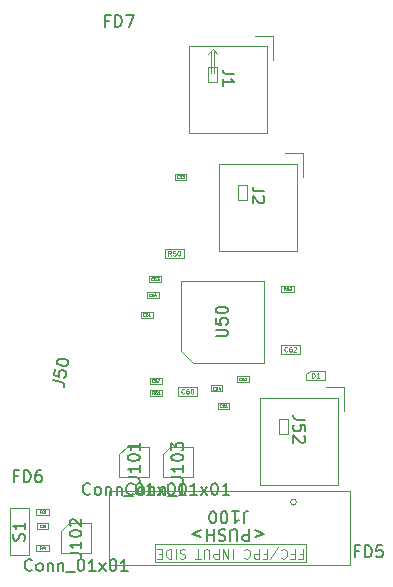
<source format=gbr>
G04 #@! TF.GenerationSoftware,KiCad,Pcbnew,(6.0.4)*
G04 #@! TF.CreationDate,2022-07-14T10:50:46-04:00*
G04 #@! TF.ProjectId,ratkit_design,7261746b-6974-45f6-9465-7369676e2e6b,RatKit2022_proA*
G04 #@! TF.SameCoordinates,PX41672a0PY65bcec0*
G04 #@! TF.FileFunction,AssemblyDrawing,Top*
%FSLAX46Y46*%
G04 Gerber Fmt 4.6, Leading zero omitted, Abs format (unit mm)*
G04 Created by KiCad (PCBNEW (6.0.4)) date 2022-07-14 10:50:46*
%MOMM*%
%LPD*%
G01*
G04 APERTURE LIST*
%ADD10C,0.040000*%
%ADD11C,0.150000*%
%ADD12C,0.060000*%
%ADD13C,0.100000*%
%ADD14C,0.120000*%
G04 APERTURE END LIST*
D10*
G04 #@! TO.C,C64*
X24070885Y19087715D02*
X24058980Y19075810D01*
X24023266Y19063905D01*
X23999457Y19063905D01*
X23963742Y19075810D01*
X23939933Y19099620D01*
X23928028Y19123429D01*
X23916123Y19171048D01*
X23916123Y19206762D01*
X23928028Y19254381D01*
X23939933Y19278191D01*
X23963742Y19302000D01*
X23999457Y19313905D01*
X24023266Y19313905D01*
X24058980Y19302000D01*
X24070885Y19290096D01*
X24285171Y19313905D02*
X24237552Y19313905D01*
X24213742Y19302000D01*
X24201838Y19290096D01*
X24178028Y19254381D01*
X24166123Y19206762D01*
X24166123Y19111524D01*
X24178028Y19087715D01*
X24189933Y19075810D01*
X24213742Y19063905D01*
X24261361Y19063905D01*
X24285171Y19075810D01*
X24297076Y19087715D01*
X24308980Y19111524D01*
X24308980Y19171048D01*
X24297076Y19194858D01*
X24285171Y19206762D01*
X24261361Y19218667D01*
X24213742Y19218667D01*
X24189933Y19206762D01*
X24178028Y19194858D01*
X24166123Y19171048D01*
X24523266Y19230572D02*
X24523266Y19063905D01*
X24463742Y19325810D02*
X24404219Y19147239D01*
X24558980Y19147239D01*
D11*
G04 #@! TO.C,U50*
X24168180Y23576105D02*
X24977704Y23576105D01*
X25072942Y23623724D01*
X25120561Y23671343D01*
X25168180Y23766581D01*
X25168180Y23957058D01*
X25120561Y24052296D01*
X25072942Y24099915D01*
X24977704Y24147534D01*
X24168180Y24147534D01*
X24168180Y25099915D02*
X24168180Y24623724D01*
X24644371Y24576105D01*
X24596752Y24623724D01*
X24549133Y24718962D01*
X24549133Y24957058D01*
X24596752Y25052296D01*
X24644371Y25099915D01*
X24739609Y25147534D01*
X24977704Y25147534D01*
X25072942Y25099915D01*
X25120561Y25052296D01*
X25168180Y24957058D01*
X25168180Y24718962D01*
X25120561Y24623724D01*
X25072942Y24576105D01*
X24168180Y25766581D02*
X24168180Y25861820D01*
X24215800Y25957058D01*
X24263419Y26004677D01*
X24358657Y26052296D01*
X24549133Y26099915D01*
X24787228Y26099915D01*
X24977704Y26052296D01*
X25072942Y26004677D01*
X25120561Y25957058D01*
X25168180Y25861820D01*
X25168180Y25766581D01*
X25120561Y25671343D01*
X25072942Y25623724D01*
X24977704Y25576105D01*
X24787228Y25528486D01*
X24549133Y25528486D01*
X24358657Y25576105D01*
X24263419Y25623724D01*
X24215800Y25671343D01*
X24168180Y25766581D01*
G04 #@! TO.C,FD7*
X15117866Y50312629D02*
X14784533Y50312629D01*
X14784533Y49788820D02*
X14784533Y50788820D01*
X15260723Y50788820D01*
X15641676Y49788820D02*
X15641676Y50788820D01*
X15879771Y50788820D01*
X16022628Y50741200D01*
X16117866Y50645962D01*
X16165485Y50550724D01*
X16213104Y50360248D01*
X16213104Y50217391D01*
X16165485Y50026915D01*
X16117866Y49931677D01*
X16022628Y49836439D01*
X15879771Y49788820D01*
X15641676Y49788820D01*
X16546438Y50788820D02*
X17213104Y50788820D01*
X16784533Y49788820D01*
G04 #@! TO.C,J50*
X10372977Y19859246D02*
X11073392Y19719162D01*
X11204136Y19644451D01*
X11278847Y19532385D01*
X11297524Y19382963D01*
X11278846Y19289574D01*
X10559756Y20793132D02*
X10466367Y20326189D01*
X10923971Y20186105D01*
X10886615Y20242139D01*
X10858599Y20344866D01*
X10905293Y20578338D01*
X10970666Y20662387D01*
X11026699Y20699743D01*
X11129426Y20727759D01*
X11362898Y20681065D01*
X11446948Y20615693D01*
X11484303Y20559659D01*
X11512319Y20456932D01*
X11465625Y20223460D01*
X11400253Y20139411D01*
X11344219Y20102055D01*
X10690501Y21446852D02*
X10709178Y21540241D01*
X10774551Y21624291D01*
X10830584Y21661646D01*
X10933311Y21689662D01*
X11129427Y21699001D01*
X11362899Y21652306D01*
X11540337Y21568257D01*
X11624387Y21502884D01*
X11661742Y21446851D01*
X11689759Y21344124D01*
X11671081Y21250735D01*
X11605709Y21166685D01*
X11549676Y21129330D01*
X11446948Y21101313D01*
X11250832Y21091975D01*
X11017360Y21138669D01*
X10839922Y21222719D01*
X10755872Y21288092D01*
X10718517Y21344125D01*
X10690501Y21446852D01*
D10*
G04 #@! TO.C,R3*
X9456266Y8594581D02*
X9369600Y8718391D01*
X9307695Y8594581D02*
X9307695Y8854581D01*
X9406742Y8854581D01*
X9431504Y8842200D01*
X9443885Y8829820D01*
X9456266Y8805058D01*
X9456266Y8767915D01*
X9443885Y8743153D01*
X9431504Y8730772D01*
X9406742Y8718391D01*
X9307695Y8718391D01*
X9542933Y8854581D02*
X9703885Y8854581D01*
X9617219Y8755534D01*
X9654361Y8755534D01*
X9679123Y8743153D01*
X9691504Y8730772D01*
X9703885Y8706010D01*
X9703885Y8644105D01*
X9691504Y8619343D01*
X9679123Y8606962D01*
X9654361Y8594581D01*
X9580076Y8594581D01*
X9555314Y8606962D01*
X9542933Y8619343D01*
G04 #@! TO.C,C54*
X18660685Y26987115D02*
X18648780Y26975210D01*
X18613066Y26963305D01*
X18589257Y26963305D01*
X18553542Y26975210D01*
X18529733Y26999020D01*
X18517828Y27022829D01*
X18505923Y27070448D01*
X18505923Y27106162D01*
X18517828Y27153781D01*
X18529733Y27177591D01*
X18553542Y27201400D01*
X18589257Y27213305D01*
X18613066Y27213305D01*
X18648780Y27201400D01*
X18660685Y27189496D01*
X18886876Y27213305D02*
X18767828Y27213305D01*
X18755923Y27094258D01*
X18767828Y27106162D01*
X18791638Y27118067D01*
X18851161Y27118067D01*
X18874971Y27106162D01*
X18886876Y27094258D01*
X18898780Y27070448D01*
X18898780Y27010924D01*
X18886876Y26987115D01*
X18874971Y26975210D01*
X18851161Y26963305D01*
X18791638Y26963305D01*
X18767828Y26975210D01*
X18755923Y26987115D01*
X19113066Y27129972D02*
X19113066Y26963305D01*
X19053542Y27225210D02*
X18994019Y27046639D01*
X19148780Y27046639D01*
D11*
G04 #@! TO.C,J102*
X8606304Y3815258D02*
X8558685Y3767639D01*
X8415828Y3720020D01*
X8320590Y3720020D01*
X8177733Y3767639D01*
X8082495Y3862877D01*
X8034876Y3958115D01*
X7987257Y4148591D01*
X7987257Y4291448D01*
X8034876Y4481924D01*
X8082495Y4577162D01*
X8177733Y4672400D01*
X8320590Y4720020D01*
X8415828Y4720020D01*
X8558685Y4672400D01*
X8606304Y4624781D01*
X9177733Y3720020D02*
X9082495Y3767639D01*
X9034876Y3815258D01*
X8987257Y3910496D01*
X8987257Y4196210D01*
X9034876Y4291448D01*
X9082495Y4339067D01*
X9177733Y4386686D01*
X9320590Y4386686D01*
X9415828Y4339067D01*
X9463447Y4291448D01*
X9511066Y4196210D01*
X9511066Y3910496D01*
X9463447Y3815258D01*
X9415828Y3767639D01*
X9320590Y3720020D01*
X9177733Y3720020D01*
X9939638Y4386686D02*
X9939638Y3720020D01*
X9939638Y4291448D02*
X9987257Y4339067D01*
X10082495Y4386686D01*
X10225352Y4386686D01*
X10320590Y4339067D01*
X10368209Y4243829D01*
X10368209Y3720020D01*
X10844400Y4386686D02*
X10844400Y3720020D01*
X10844400Y4291448D02*
X10892019Y4339067D01*
X10987257Y4386686D01*
X11130114Y4386686D01*
X11225352Y4339067D01*
X11272971Y4243829D01*
X11272971Y3720020D01*
X11511066Y3624781D02*
X12272971Y3624781D01*
X12701542Y4720020D02*
X12796780Y4720020D01*
X12892019Y4672400D01*
X12939638Y4624781D01*
X12987257Y4529543D01*
X13034876Y4339067D01*
X13034876Y4100972D01*
X12987257Y3910496D01*
X12939638Y3815258D01*
X12892019Y3767639D01*
X12796780Y3720020D01*
X12701542Y3720020D01*
X12606304Y3767639D01*
X12558685Y3815258D01*
X12511066Y3910496D01*
X12463447Y4100972D01*
X12463447Y4339067D01*
X12511066Y4529543D01*
X12558685Y4624781D01*
X12606304Y4672400D01*
X12701542Y4720020D01*
X13987257Y3720020D02*
X13415828Y3720020D01*
X13701542Y3720020D02*
X13701542Y4720020D01*
X13606304Y4577162D01*
X13511066Y4481924D01*
X13415828Y4434305D01*
X14320590Y3720020D02*
X14844400Y4386686D01*
X14320590Y4386686D02*
X14844400Y3720020D01*
X15415828Y4720020D02*
X15511066Y4720020D01*
X15606304Y4672400D01*
X15653923Y4624781D01*
X15701542Y4529543D01*
X15749161Y4339067D01*
X15749161Y4100972D01*
X15701542Y3910496D01*
X15653923Y3815258D01*
X15606304Y3767639D01*
X15511066Y3720020D01*
X15415828Y3720020D01*
X15320590Y3767639D01*
X15272971Y3815258D01*
X15225352Y3910496D01*
X15177733Y4100972D01*
X15177733Y4339067D01*
X15225352Y4529543D01*
X15272971Y4624781D01*
X15320590Y4672400D01*
X15415828Y4720020D01*
X16701542Y3720020D02*
X16130114Y3720020D01*
X16415828Y3720020D02*
X16415828Y4720020D01*
X16320590Y4577162D01*
X16225352Y4481924D01*
X16130114Y4434305D01*
X11796780Y5216686D02*
X12511066Y5216686D01*
X12653923Y5169067D01*
X12749161Y5073829D01*
X12796780Y4930972D01*
X12796780Y4835734D01*
X12796780Y6216686D02*
X12796780Y5645258D01*
X12796780Y5930972D02*
X11796780Y5930972D01*
X11939638Y5835734D01*
X12034876Y5740496D01*
X12082495Y5645258D01*
X11796780Y6835734D02*
X11796780Y6930972D01*
X11844400Y7026210D01*
X11892019Y7073829D01*
X11987257Y7121448D01*
X12177733Y7169067D01*
X12415828Y7169067D01*
X12606304Y7121448D01*
X12701542Y7073829D01*
X12749161Y7026210D01*
X12796780Y6930972D01*
X12796780Y6835734D01*
X12749161Y6740496D01*
X12701542Y6692877D01*
X12606304Y6645258D01*
X12415828Y6597639D01*
X12177733Y6597639D01*
X11987257Y6645258D01*
X11892019Y6692877D01*
X11844400Y6740496D01*
X11796780Y6835734D01*
X11892019Y7550020D02*
X11844400Y7597639D01*
X11796780Y7692877D01*
X11796780Y7930972D01*
X11844400Y8026210D01*
X11892019Y8073829D01*
X11987257Y8121448D01*
X12082495Y8121448D01*
X12225352Y8073829D01*
X12796780Y7502400D01*
X12796780Y8121448D01*
D10*
G04 #@! TO.C,C51*
X24655085Y17614515D02*
X24643180Y17602610D01*
X24607466Y17590705D01*
X24583657Y17590705D01*
X24547942Y17602610D01*
X24524133Y17626420D01*
X24512228Y17650229D01*
X24500323Y17697848D01*
X24500323Y17733562D01*
X24512228Y17781181D01*
X24524133Y17804991D01*
X24547942Y17828800D01*
X24583657Y17840705D01*
X24607466Y17840705D01*
X24643180Y17828800D01*
X24655085Y17816896D01*
X24881276Y17840705D02*
X24762228Y17840705D01*
X24750323Y17721658D01*
X24762228Y17733562D01*
X24786038Y17745467D01*
X24845561Y17745467D01*
X24869371Y17733562D01*
X24881276Y17721658D01*
X24893180Y17697848D01*
X24893180Y17638324D01*
X24881276Y17614515D01*
X24869371Y17602610D01*
X24845561Y17590705D01*
X24786038Y17590705D01*
X24762228Y17602610D01*
X24750323Y17614515D01*
X25131276Y17590705D02*
X24988419Y17590705D01*
X25059847Y17590705D02*
X25059847Y17840705D01*
X25036038Y17804991D01*
X25012228Y17781181D01*
X24988419Y17769277D01*
D11*
G04 #@! TO.C,J52*
X31738819Y16532124D02*
X31024533Y16532124D01*
X30881676Y16579743D01*
X30786438Y16674981D01*
X30738819Y16817839D01*
X30738819Y16913077D01*
X31738819Y15579743D02*
X31738819Y16055934D01*
X31262628Y16103553D01*
X31310247Y16055934D01*
X31357866Y15960696D01*
X31357866Y15722600D01*
X31310247Y15627362D01*
X31262628Y15579743D01*
X31167390Y15532124D01*
X30929295Y15532124D01*
X30834057Y15579743D01*
X30786438Y15627362D01*
X30738819Y15722600D01*
X30738819Y15960696D01*
X30786438Y16055934D01*
X30834057Y16103553D01*
X31643580Y15151172D02*
X31691200Y15103553D01*
X31738819Y15008315D01*
X31738819Y14770220D01*
X31691200Y14674981D01*
X31643580Y14627362D01*
X31548342Y14579743D01*
X31453104Y14579743D01*
X31310247Y14627362D01*
X30738819Y15198791D01*
X30738819Y14579743D01*
D10*
G04 #@! TO.C,C57*
X18914685Y19722715D02*
X18902780Y19710810D01*
X18867066Y19698905D01*
X18843257Y19698905D01*
X18807542Y19710810D01*
X18783733Y19734620D01*
X18771828Y19758429D01*
X18759923Y19806048D01*
X18759923Y19841762D01*
X18771828Y19889381D01*
X18783733Y19913191D01*
X18807542Y19937000D01*
X18843257Y19948905D01*
X18867066Y19948905D01*
X18902780Y19937000D01*
X18914685Y19925096D01*
X19140876Y19948905D02*
X19021828Y19948905D01*
X19009923Y19829858D01*
X19021828Y19841762D01*
X19045638Y19853667D01*
X19105161Y19853667D01*
X19128971Y19841762D01*
X19140876Y19829858D01*
X19152780Y19806048D01*
X19152780Y19746524D01*
X19140876Y19722715D01*
X19128971Y19710810D01*
X19105161Y19698905D01*
X19045638Y19698905D01*
X19021828Y19710810D01*
X19009923Y19722715D01*
X19236114Y19948905D02*
X19402780Y19948905D01*
X19295638Y19698905D01*
D11*
G04 #@! TO.C,J1*
X25744419Y45799334D02*
X25030133Y45799334D01*
X24887276Y45846953D01*
X24792038Y45942191D01*
X24744419Y46085048D01*
X24744419Y46180286D01*
X24744419Y44799334D02*
X24744419Y45370762D01*
X24744419Y45085048D02*
X25744419Y45085048D01*
X25601561Y45180286D01*
X25506323Y45275524D01*
X25458704Y45370762D01*
G04 #@! TO.C,J103*
X17216904Y10266858D02*
X17169285Y10219239D01*
X17026428Y10171620D01*
X16931190Y10171620D01*
X16788333Y10219239D01*
X16693095Y10314477D01*
X16645476Y10409715D01*
X16597857Y10600191D01*
X16597857Y10743048D01*
X16645476Y10933524D01*
X16693095Y11028762D01*
X16788333Y11124000D01*
X16931190Y11171620D01*
X17026428Y11171620D01*
X17169285Y11124000D01*
X17216904Y11076381D01*
X17788333Y10171620D02*
X17693095Y10219239D01*
X17645476Y10266858D01*
X17597857Y10362096D01*
X17597857Y10647810D01*
X17645476Y10743048D01*
X17693095Y10790667D01*
X17788333Y10838286D01*
X17931190Y10838286D01*
X18026428Y10790667D01*
X18074047Y10743048D01*
X18121666Y10647810D01*
X18121666Y10362096D01*
X18074047Y10266858D01*
X18026428Y10219239D01*
X17931190Y10171620D01*
X17788333Y10171620D01*
X18550238Y10838286D02*
X18550238Y10171620D01*
X18550238Y10743048D02*
X18597857Y10790667D01*
X18693095Y10838286D01*
X18835952Y10838286D01*
X18931190Y10790667D01*
X18978809Y10695429D01*
X18978809Y10171620D01*
X19455000Y10838286D02*
X19455000Y10171620D01*
X19455000Y10743048D02*
X19502619Y10790667D01*
X19597857Y10838286D01*
X19740714Y10838286D01*
X19835952Y10790667D01*
X19883571Y10695429D01*
X19883571Y10171620D01*
X20121666Y10076381D02*
X20883571Y10076381D01*
X21312142Y11171620D02*
X21407380Y11171620D01*
X21502619Y11124000D01*
X21550238Y11076381D01*
X21597857Y10981143D01*
X21645476Y10790667D01*
X21645476Y10552572D01*
X21597857Y10362096D01*
X21550238Y10266858D01*
X21502619Y10219239D01*
X21407380Y10171620D01*
X21312142Y10171620D01*
X21216904Y10219239D01*
X21169285Y10266858D01*
X21121666Y10362096D01*
X21074047Y10552572D01*
X21074047Y10790667D01*
X21121666Y10981143D01*
X21169285Y11076381D01*
X21216904Y11124000D01*
X21312142Y11171620D01*
X22597857Y10171620D02*
X22026428Y10171620D01*
X22312142Y10171620D02*
X22312142Y11171620D01*
X22216904Y11028762D01*
X22121666Y10933524D01*
X22026428Y10885905D01*
X22931190Y10171620D02*
X23455000Y10838286D01*
X22931190Y10838286D02*
X23455000Y10171620D01*
X24026428Y11171620D02*
X24121666Y11171620D01*
X24216904Y11124000D01*
X24264523Y11076381D01*
X24312142Y10981143D01*
X24359761Y10790667D01*
X24359761Y10552572D01*
X24312142Y10362096D01*
X24264523Y10266858D01*
X24216904Y10219239D01*
X24121666Y10171620D01*
X24026428Y10171620D01*
X23931190Y10219239D01*
X23883571Y10266858D01*
X23835952Y10362096D01*
X23788333Y10552572D01*
X23788333Y10790667D01*
X23835952Y10981143D01*
X23883571Y11076381D01*
X23931190Y11124000D01*
X24026428Y11171620D01*
X25312142Y10171620D02*
X24740714Y10171620D01*
X25026428Y10171620D02*
X25026428Y11171620D01*
X24931190Y11028762D01*
X24835952Y10933524D01*
X24740714Y10885905D01*
X20407380Y11668286D02*
X21121666Y11668286D01*
X21264523Y11620667D01*
X21359761Y11525429D01*
X21407380Y11382572D01*
X21407380Y11287334D01*
X21407380Y12668286D02*
X21407380Y12096858D01*
X21407380Y12382572D02*
X20407380Y12382572D01*
X20550238Y12287334D01*
X20645476Y12192096D01*
X20693095Y12096858D01*
X20407380Y13287334D02*
X20407380Y13382572D01*
X20455000Y13477810D01*
X20502619Y13525429D01*
X20597857Y13573048D01*
X20788333Y13620667D01*
X21026428Y13620667D01*
X21216904Y13573048D01*
X21312142Y13525429D01*
X21359761Y13477810D01*
X21407380Y13382572D01*
X21407380Y13287334D01*
X21359761Y13192096D01*
X21312142Y13144477D01*
X21216904Y13096858D01*
X21026428Y13049239D01*
X20788333Y13049239D01*
X20597857Y13096858D01*
X20502619Y13144477D01*
X20455000Y13192096D01*
X20407380Y13287334D01*
X20407380Y13954000D02*
X20407380Y14573048D01*
X20788333Y14239715D01*
X20788333Y14382572D01*
X20835952Y14477810D01*
X20883571Y14525429D01*
X20978809Y14573048D01*
X21216904Y14573048D01*
X21312142Y14525429D01*
X21359761Y14477810D01*
X21407380Y14382572D01*
X21407380Y14096858D01*
X21359761Y14001620D01*
X21312142Y13954000D01*
D10*
G04 #@! TO.C,R51*
X18933657Y18678381D02*
X18846990Y18802191D01*
X18785085Y18678381D02*
X18785085Y18938381D01*
X18884133Y18938381D01*
X18908895Y18926000D01*
X18921276Y18913620D01*
X18933657Y18888858D01*
X18933657Y18851715D01*
X18921276Y18826953D01*
X18908895Y18814572D01*
X18884133Y18802191D01*
X18785085Y18802191D01*
X19168895Y18938381D02*
X19045085Y18938381D01*
X19032704Y18814572D01*
X19045085Y18826953D01*
X19069847Y18839334D01*
X19131752Y18839334D01*
X19156514Y18826953D01*
X19168895Y18814572D01*
X19181276Y18789810D01*
X19181276Y18727905D01*
X19168895Y18703143D01*
X19156514Y18690762D01*
X19131752Y18678381D01*
X19069847Y18678381D01*
X19045085Y18690762D01*
X19032704Y18703143D01*
X19428895Y18678381D02*
X19280323Y18678381D01*
X19354609Y18678381D02*
X19354609Y18938381D01*
X19329847Y18901239D01*
X19305085Y18876477D01*
X19280323Y18864096D01*
D12*
G04 #@! TO.C,C60*
X21510657Y18780143D02*
X21491609Y18761096D01*
X21434466Y18742048D01*
X21396371Y18742048D01*
X21339228Y18761096D01*
X21301133Y18799191D01*
X21282085Y18837286D01*
X21263038Y18913477D01*
X21263038Y18970620D01*
X21282085Y19046810D01*
X21301133Y19084905D01*
X21339228Y19123000D01*
X21396371Y19142048D01*
X21434466Y19142048D01*
X21491609Y19123000D01*
X21510657Y19103953D01*
X21853514Y19142048D02*
X21777323Y19142048D01*
X21739228Y19123000D01*
X21720180Y19103953D01*
X21682085Y19046810D01*
X21663038Y18970620D01*
X21663038Y18818239D01*
X21682085Y18780143D01*
X21701133Y18761096D01*
X21739228Y18742048D01*
X21815419Y18742048D01*
X21853514Y18761096D01*
X21872561Y18780143D01*
X21891609Y18818239D01*
X21891609Y18913477D01*
X21872561Y18951572D01*
X21853514Y18970620D01*
X21815419Y18989667D01*
X21739228Y18989667D01*
X21701133Y18970620D01*
X21682085Y18951572D01*
X21663038Y18913477D01*
X22139228Y19142048D02*
X22177323Y19142048D01*
X22215419Y19123000D01*
X22234466Y19103953D01*
X22253514Y19065858D01*
X22272561Y18989667D01*
X22272561Y18894429D01*
X22253514Y18818239D01*
X22234466Y18780143D01*
X22215419Y18761096D01*
X22177323Y18742048D01*
X22139228Y18742048D01*
X22101133Y18761096D01*
X22082085Y18780143D01*
X22063038Y18818239D01*
X22043990Y18894429D01*
X22043990Y18989667D01*
X22063038Y19065858D01*
X22082085Y19103953D01*
X22101133Y19123000D01*
X22139228Y19142048D01*
D10*
G04 #@! TO.C,C52*
X26280685Y19875115D02*
X26268780Y19863210D01*
X26233066Y19851305D01*
X26209257Y19851305D01*
X26173542Y19863210D01*
X26149733Y19887020D01*
X26137828Y19910829D01*
X26125923Y19958448D01*
X26125923Y19994162D01*
X26137828Y20041781D01*
X26149733Y20065591D01*
X26173542Y20089400D01*
X26209257Y20101305D01*
X26233066Y20101305D01*
X26268780Y20089400D01*
X26280685Y20077496D01*
X26506876Y20101305D02*
X26387828Y20101305D01*
X26375923Y19982258D01*
X26387828Y19994162D01*
X26411638Y20006067D01*
X26471161Y20006067D01*
X26494971Y19994162D01*
X26506876Y19982258D01*
X26518780Y19958448D01*
X26518780Y19898924D01*
X26506876Y19875115D01*
X26494971Y19863210D01*
X26471161Y19851305D01*
X26411638Y19851305D01*
X26387828Y19863210D01*
X26375923Y19875115D01*
X26614019Y20077496D02*
X26625923Y20089400D01*
X26649733Y20101305D01*
X26709257Y20101305D01*
X26733066Y20089400D01*
X26744971Y20077496D01*
X26756876Y20053686D01*
X26756876Y20029877D01*
X26744971Y19994162D01*
X26602114Y19851305D01*
X26756876Y19851305D01*
G04 #@! TO.C,R52*
X30084257Y27492181D02*
X29997590Y27615991D01*
X29935685Y27492181D02*
X29935685Y27752181D01*
X30034733Y27752181D01*
X30059495Y27739800D01*
X30071876Y27727420D01*
X30084257Y27702658D01*
X30084257Y27665515D01*
X30071876Y27640753D01*
X30059495Y27628372D01*
X30034733Y27615991D01*
X29935685Y27615991D01*
X30319495Y27752181D02*
X30195685Y27752181D01*
X30183304Y27628372D01*
X30195685Y27640753D01*
X30220447Y27653134D01*
X30282352Y27653134D01*
X30307114Y27640753D01*
X30319495Y27628372D01*
X30331876Y27603610D01*
X30331876Y27541705D01*
X30319495Y27516943D01*
X30307114Y27504562D01*
X30282352Y27492181D01*
X30220447Y27492181D01*
X30195685Y27504562D01*
X30183304Y27516943D01*
X30430923Y27727420D02*
X30443304Y27739800D01*
X30468066Y27752181D01*
X30529971Y27752181D01*
X30554733Y27739800D01*
X30567114Y27727420D01*
X30579495Y27702658D01*
X30579495Y27677896D01*
X30567114Y27640753D01*
X30418542Y27492181D01*
X30579495Y27492181D01*
D12*
G04 #@! TO.C,C62*
X30222857Y22336143D02*
X30203809Y22317096D01*
X30146666Y22298048D01*
X30108571Y22298048D01*
X30051428Y22317096D01*
X30013333Y22355191D01*
X29994285Y22393286D01*
X29975238Y22469477D01*
X29975238Y22526620D01*
X29994285Y22602810D01*
X30013333Y22640905D01*
X30051428Y22679000D01*
X30108571Y22698048D01*
X30146666Y22698048D01*
X30203809Y22679000D01*
X30222857Y22659953D01*
X30565714Y22698048D02*
X30489523Y22698048D01*
X30451428Y22679000D01*
X30432380Y22659953D01*
X30394285Y22602810D01*
X30375238Y22526620D01*
X30375238Y22374239D01*
X30394285Y22336143D01*
X30413333Y22317096D01*
X30451428Y22298048D01*
X30527619Y22298048D01*
X30565714Y22317096D01*
X30584761Y22336143D01*
X30603809Y22374239D01*
X30603809Y22469477D01*
X30584761Y22507572D01*
X30565714Y22526620D01*
X30527619Y22545667D01*
X30451428Y22545667D01*
X30413333Y22526620D01*
X30394285Y22507572D01*
X30375238Y22469477D01*
X30756190Y22659953D02*
X30775238Y22679000D01*
X30813333Y22698048D01*
X30908571Y22698048D01*
X30946666Y22679000D01*
X30965714Y22659953D01*
X30984761Y22621858D01*
X30984761Y22583762D01*
X30965714Y22526620D01*
X30737142Y22298048D01*
X30984761Y22298048D01*
G04 #@! TO.C,D1*
X32318361Y20088248D02*
X32318361Y20488248D01*
X32413600Y20488248D01*
X32470742Y20469200D01*
X32508838Y20431105D01*
X32527885Y20393010D01*
X32546933Y20316820D01*
X32546933Y20259677D01*
X32527885Y20183486D01*
X32508838Y20145391D01*
X32470742Y20107296D01*
X32413600Y20088248D01*
X32318361Y20088248D01*
X32927885Y20088248D02*
X32699314Y20088248D01*
X32813600Y20088248D02*
X32813600Y20488248D01*
X32775504Y20431105D01*
X32737409Y20393010D01*
X32699314Y20373962D01*
D11*
G04 #@! TO.C,J101*
X13533904Y10266858D02*
X13486285Y10219239D01*
X13343428Y10171620D01*
X13248190Y10171620D01*
X13105333Y10219239D01*
X13010095Y10314477D01*
X12962476Y10409715D01*
X12914857Y10600191D01*
X12914857Y10743048D01*
X12962476Y10933524D01*
X13010095Y11028762D01*
X13105333Y11124000D01*
X13248190Y11171620D01*
X13343428Y11171620D01*
X13486285Y11124000D01*
X13533904Y11076381D01*
X14105333Y10171620D02*
X14010095Y10219239D01*
X13962476Y10266858D01*
X13914857Y10362096D01*
X13914857Y10647810D01*
X13962476Y10743048D01*
X14010095Y10790667D01*
X14105333Y10838286D01*
X14248190Y10838286D01*
X14343428Y10790667D01*
X14391047Y10743048D01*
X14438666Y10647810D01*
X14438666Y10362096D01*
X14391047Y10266858D01*
X14343428Y10219239D01*
X14248190Y10171620D01*
X14105333Y10171620D01*
X14867238Y10838286D02*
X14867238Y10171620D01*
X14867238Y10743048D02*
X14914857Y10790667D01*
X15010095Y10838286D01*
X15152952Y10838286D01*
X15248190Y10790667D01*
X15295809Y10695429D01*
X15295809Y10171620D01*
X15772000Y10838286D02*
X15772000Y10171620D01*
X15772000Y10743048D02*
X15819619Y10790667D01*
X15914857Y10838286D01*
X16057714Y10838286D01*
X16152952Y10790667D01*
X16200571Y10695429D01*
X16200571Y10171620D01*
X16438666Y10076381D02*
X17200571Y10076381D01*
X17629142Y11171620D02*
X17724380Y11171620D01*
X17819619Y11124000D01*
X17867238Y11076381D01*
X17914857Y10981143D01*
X17962476Y10790667D01*
X17962476Y10552572D01*
X17914857Y10362096D01*
X17867238Y10266858D01*
X17819619Y10219239D01*
X17724380Y10171620D01*
X17629142Y10171620D01*
X17533904Y10219239D01*
X17486285Y10266858D01*
X17438666Y10362096D01*
X17391047Y10552572D01*
X17391047Y10790667D01*
X17438666Y10981143D01*
X17486285Y11076381D01*
X17533904Y11124000D01*
X17629142Y11171620D01*
X18914857Y10171620D02*
X18343428Y10171620D01*
X18629142Y10171620D02*
X18629142Y11171620D01*
X18533904Y11028762D01*
X18438666Y10933524D01*
X18343428Y10885905D01*
X19248190Y10171620D02*
X19772000Y10838286D01*
X19248190Y10838286D02*
X19772000Y10171620D01*
X20343428Y11171620D02*
X20438666Y11171620D01*
X20533904Y11124000D01*
X20581523Y11076381D01*
X20629142Y10981143D01*
X20676761Y10790667D01*
X20676761Y10552572D01*
X20629142Y10362096D01*
X20581523Y10266858D01*
X20533904Y10219239D01*
X20438666Y10171620D01*
X20343428Y10171620D01*
X20248190Y10219239D01*
X20200571Y10266858D01*
X20152952Y10362096D01*
X20105333Y10552572D01*
X20105333Y10790667D01*
X20152952Y10981143D01*
X20200571Y11076381D01*
X20248190Y11124000D01*
X20343428Y11171620D01*
X21629142Y10171620D02*
X21057714Y10171620D01*
X21343428Y10171620D02*
X21343428Y11171620D01*
X21248190Y11028762D01*
X21152952Y10933524D01*
X21057714Y10885905D01*
X16724380Y11668286D02*
X17438666Y11668286D01*
X17581523Y11620667D01*
X17676761Y11525429D01*
X17724380Y11382572D01*
X17724380Y11287334D01*
X17724380Y12668286D02*
X17724380Y12096858D01*
X17724380Y12382572D02*
X16724380Y12382572D01*
X16867238Y12287334D01*
X16962476Y12192096D01*
X17010095Y12096858D01*
X16724380Y13287334D02*
X16724380Y13382572D01*
X16772000Y13477810D01*
X16819619Y13525429D01*
X16914857Y13573048D01*
X17105333Y13620667D01*
X17343428Y13620667D01*
X17533904Y13573048D01*
X17629142Y13525429D01*
X17676761Y13477810D01*
X17724380Y13382572D01*
X17724380Y13287334D01*
X17676761Y13192096D01*
X17629142Y13144477D01*
X17533904Y13096858D01*
X17343428Y13049239D01*
X17105333Y13049239D01*
X16914857Y13096858D01*
X16819619Y13144477D01*
X16772000Y13192096D01*
X16724380Y13287334D01*
X17724380Y14573048D02*
X17724380Y14001620D01*
X17724380Y14287334D02*
X16724380Y14287334D01*
X16867238Y14192096D01*
X16962476Y14096858D01*
X17010095Y14001620D01*
G04 #@! TO.C,S1*
X7948561Y6299296D02*
X7996180Y6442153D01*
X7996180Y6680248D01*
X7948561Y6775486D01*
X7900942Y6823105D01*
X7805704Y6870724D01*
X7710466Y6870724D01*
X7615228Y6823105D01*
X7567609Y6775486D01*
X7519990Y6680248D01*
X7472371Y6489772D01*
X7424752Y6394534D01*
X7377133Y6346915D01*
X7281895Y6299296D01*
X7186657Y6299296D01*
X7091419Y6346915D01*
X7043800Y6394534D01*
X6996180Y6489772D01*
X6996180Y6727867D01*
X7043800Y6870724D01*
X7996180Y7823105D02*
X7996180Y7251677D01*
X7996180Y7537391D02*
X6996180Y7537391D01*
X7139038Y7442153D01*
X7234276Y7346915D01*
X7281895Y7251677D01*
G04 #@! TO.C,J100*
X27460304Y6600515D02*
X28222209Y6886229D01*
X27460304Y7171943D01*
X26984114Y7267181D02*
X26984114Y6267181D01*
X26603161Y6267181D01*
X26507923Y6314800D01*
X26460304Y6362420D01*
X26412685Y6457658D01*
X26412685Y6600515D01*
X26460304Y6695753D01*
X26507923Y6743372D01*
X26603161Y6790991D01*
X26984114Y6790991D01*
X25984114Y6267181D02*
X25984114Y7076705D01*
X25936495Y7171943D01*
X25888876Y7219562D01*
X25793638Y7267181D01*
X25603161Y7267181D01*
X25507923Y7219562D01*
X25460304Y7171943D01*
X25412685Y7076705D01*
X25412685Y6267181D01*
X24984114Y7219562D02*
X24841257Y7267181D01*
X24603161Y7267181D01*
X24507923Y7219562D01*
X24460304Y7171943D01*
X24412685Y7076705D01*
X24412685Y6981467D01*
X24460304Y6886229D01*
X24507923Y6838610D01*
X24603161Y6790991D01*
X24793638Y6743372D01*
X24888876Y6695753D01*
X24936495Y6648134D01*
X24984114Y6552896D01*
X24984114Y6457658D01*
X24936495Y6362420D01*
X24888876Y6314800D01*
X24793638Y6267181D01*
X24555542Y6267181D01*
X24412685Y6314800D01*
X23984114Y7267181D02*
X23984114Y6267181D01*
X23984114Y6743372D02*
X23412685Y6743372D01*
X23412685Y7267181D02*
X23412685Y6267181D01*
X22936495Y6600515D02*
X22174590Y6886229D01*
X22936495Y7171943D01*
X26534114Y7767181D02*
X26534114Y8481467D01*
X26581733Y8624324D01*
X26676971Y8719562D01*
X26819828Y8767181D01*
X26915066Y8767181D01*
X25534114Y8767181D02*
X26105542Y8767181D01*
X25819828Y8767181D02*
X25819828Y7767181D01*
X25915066Y7910039D01*
X26010304Y8005277D01*
X26105542Y8052896D01*
X24915066Y7767181D02*
X24819828Y7767181D01*
X24724590Y7814800D01*
X24676971Y7862420D01*
X24629352Y7957658D01*
X24581733Y8148134D01*
X24581733Y8386229D01*
X24629352Y8576705D01*
X24676971Y8671943D01*
X24724590Y8719562D01*
X24819828Y8767181D01*
X24915066Y8767181D01*
X25010304Y8719562D01*
X25057923Y8671943D01*
X25105542Y8576705D01*
X25153161Y8386229D01*
X25153161Y8148134D01*
X25105542Y7957658D01*
X25057923Y7862420D01*
X25010304Y7814800D01*
X24915066Y7767181D01*
X23962685Y7767181D02*
X23867447Y7767181D01*
X23772209Y7814800D01*
X23724590Y7862420D01*
X23676971Y7957658D01*
X23629352Y8148134D01*
X23629352Y8386229D01*
X23676971Y8576705D01*
X23724590Y8671943D01*
X23772209Y8719562D01*
X23867447Y8767181D01*
X23962685Y8767181D01*
X24057923Y8719562D01*
X24105542Y8671943D01*
X24153161Y8576705D01*
X24200780Y8386229D01*
X24200780Y8148134D01*
X24153161Y7957658D01*
X24105542Y7862420D01*
X24057923Y7814800D01*
X23962685Y7767181D01*
D13*
X31265066Y5157658D02*
X31531733Y5157658D01*
X31531733Y5576705D02*
X31531733Y4776705D01*
X31150780Y4776705D01*
X30579352Y5157658D02*
X30846019Y5157658D01*
X30846019Y5576705D02*
X30846019Y4776705D01*
X30465066Y4776705D01*
X29703161Y5500515D02*
X29741257Y5538610D01*
X29855542Y5576705D01*
X29931733Y5576705D01*
X30046019Y5538610D01*
X30122209Y5462420D01*
X30160304Y5386229D01*
X30198400Y5233848D01*
X30198400Y5119562D01*
X30160304Y4967181D01*
X30122209Y4890991D01*
X30046019Y4814800D01*
X29931733Y4776705D01*
X29855542Y4776705D01*
X29741257Y4814800D01*
X29703161Y4852896D01*
X28788876Y4738610D02*
X29474590Y5767181D01*
X28255542Y5157658D02*
X28522209Y5157658D01*
X28522209Y5576705D02*
X28522209Y4776705D01*
X28141257Y4776705D01*
X27836495Y5576705D02*
X27836495Y4776705D01*
X27531733Y4776705D01*
X27455542Y4814800D01*
X27417447Y4852896D01*
X27379352Y4929086D01*
X27379352Y5043372D01*
X27417447Y5119562D01*
X27455542Y5157658D01*
X27531733Y5195753D01*
X27836495Y5195753D01*
X26579352Y5500515D02*
X26617447Y5538610D01*
X26731733Y5576705D01*
X26807923Y5576705D01*
X26922209Y5538610D01*
X26998400Y5462420D01*
X27036495Y5386229D01*
X27074590Y5233848D01*
X27074590Y5119562D01*
X27036495Y4967181D01*
X26998400Y4890991D01*
X26922209Y4814800D01*
X26807923Y4776705D01*
X26731733Y4776705D01*
X26617447Y4814800D01*
X26579352Y4852896D01*
X25626971Y5576705D02*
X25626971Y4776705D01*
X25246019Y5576705D02*
X25246019Y4776705D01*
X24788876Y5576705D01*
X24788876Y4776705D01*
X24407923Y5576705D02*
X24407923Y4776705D01*
X24103161Y4776705D01*
X24026971Y4814800D01*
X23988876Y4852896D01*
X23950780Y4929086D01*
X23950780Y5043372D01*
X23988876Y5119562D01*
X24026971Y5157658D01*
X24103161Y5195753D01*
X24407923Y5195753D01*
X23607923Y4776705D02*
X23607923Y5424324D01*
X23569828Y5500515D01*
X23531733Y5538610D01*
X23455542Y5576705D01*
X23303161Y5576705D01*
X23226971Y5538610D01*
X23188876Y5500515D01*
X23150780Y5424324D01*
X23150780Y4776705D01*
X22884114Y4776705D02*
X22426971Y4776705D01*
X22655542Y5576705D02*
X22655542Y4776705D01*
X21588876Y5538610D02*
X21474590Y5576705D01*
X21284114Y5576705D01*
X21207923Y5538610D01*
X21169828Y5500515D01*
X21131733Y5424324D01*
X21131733Y5348134D01*
X21169828Y5271943D01*
X21207923Y5233848D01*
X21284114Y5195753D01*
X21436495Y5157658D01*
X21512685Y5119562D01*
X21550780Y5081467D01*
X21588876Y5005277D01*
X21588876Y4929086D01*
X21550780Y4852896D01*
X21512685Y4814800D01*
X21436495Y4776705D01*
X21246019Y4776705D01*
X21131733Y4814800D01*
X20788876Y5576705D02*
X20788876Y4776705D01*
X20407923Y5576705D02*
X20407923Y4776705D01*
X20217447Y4776705D01*
X20103161Y4814800D01*
X20026971Y4890991D01*
X19988876Y4967181D01*
X19950780Y5119562D01*
X19950780Y5233848D01*
X19988876Y5386229D01*
X20026971Y5462420D01*
X20103161Y5538610D01*
X20217447Y5576705D01*
X20407923Y5576705D01*
X19607923Y5157658D02*
X19341257Y5157658D01*
X19226971Y5576705D02*
X19607923Y5576705D01*
X19607923Y4776705D01*
X19226971Y4776705D01*
D10*
G04 #@! TO.C,R4*
X9456266Y5546581D02*
X9369600Y5670391D01*
X9307695Y5546581D02*
X9307695Y5806581D01*
X9406742Y5806581D01*
X9431504Y5794200D01*
X9443885Y5781820D01*
X9456266Y5757058D01*
X9456266Y5719915D01*
X9443885Y5695153D01*
X9431504Y5682772D01*
X9406742Y5670391D01*
X9307695Y5670391D01*
X9679123Y5719915D02*
X9679123Y5546581D01*
X9617219Y5818962D02*
X9555314Y5633248D01*
X9716266Y5633248D01*
D12*
G04 #@! TO.C,R50*
X20393057Y30426048D02*
X20259723Y30616524D01*
X20164485Y30426048D02*
X20164485Y30826048D01*
X20316866Y30826048D01*
X20354961Y30807000D01*
X20374009Y30787953D01*
X20393057Y30749858D01*
X20393057Y30692715D01*
X20374009Y30654620D01*
X20354961Y30635572D01*
X20316866Y30616524D01*
X20164485Y30616524D01*
X20754961Y30826048D02*
X20564485Y30826048D01*
X20545438Y30635572D01*
X20564485Y30654620D01*
X20602580Y30673667D01*
X20697819Y30673667D01*
X20735914Y30654620D01*
X20754961Y30635572D01*
X20774009Y30597477D01*
X20774009Y30502239D01*
X20754961Y30464143D01*
X20735914Y30445096D01*
X20697819Y30426048D01*
X20602580Y30426048D01*
X20564485Y30445096D01*
X20545438Y30464143D01*
X21021628Y30826048D02*
X21059723Y30826048D01*
X21097819Y30807000D01*
X21116866Y30787953D01*
X21135914Y30749858D01*
X21154961Y30673667D01*
X21154961Y30578429D01*
X21135914Y30502239D01*
X21116866Y30464143D01*
X21097819Y30445096D01*
X21059723Y30426048D01*
X21021628Y30426048D01*
X20983533Y30445096D01*
X20964485Y30464143D01*
X20945438Y30502239D01*
X20926390Y30578429D01*
X20926390Y30673667D01*
X20945438Y30749858D01*
X20964485Y30787953D01*
X20983533Y30807000D01*
X21021628Y30826048D01*
D11*
G04 #@! TO.C,FD6*
X7396266Y11755429D02*
X7062933Y11755429D01*
X7062933Y11231620D02*
X7062933Y12231620D01*
X7539123Y12231620D01*
X7920076Y11231620D02*
X7920076Y12231620D01*
X8158171Y12231620D01*
X8301028Y12184000D01*
X8396266Y12088762D01*
X8443885Y11993524D01*
X8491504Y11803048D01*
X8491504Y11660191D01*
X8443885Y11469715D01*
X8396266Y11374477D01*
X8301028Y11279239D01*
X8158171Y11231620D01*
X7920076Y11231620D01*
X9348647Y12231620D02*
X9158171Y12231620D01*
X9062933Y12184000D01*
X9015314Y12136381D01*
X8920076Y11993524D01*
X8872457Y11803048D01*
X8872457Y11422096D01*
X8920076Y11326858D01*
X8967695Y11279239D01*
X9062933Y11231620D01*
X9253409Y11231620D01*
X9348647Y11279239D01*
X9396266Y11326858D01*
X9443885Y11422096D01*
X9443885Y11660191D01*
X9396266Y11755429D01*
X9348647Y11803048D01*
X9253409Y11850667D01*
X9062933Y11850667D01*
X8967695Y11803048D01*
X8920076Y11755429D01*
X8872457Y11660191D01*
D10*
G04 #@! TO.C,C53*
X18863885Y28358715D02*
X18851980Y28346810D01*
X18816266Y28334905D01*
X18792457Y28334905D01*
X18756742Y28346810D01*
X18732933Y28370620D01*
X18721028Y28394429D01*
X18709123Y28442048D01*
X18709123Y28477762D01*
X18721028Y28525381D01*
X18732933Y28549191D01*
X18756742Y28573000D01*
X18792457Y28584905D01*
X18816266Y28584905D01*
X18851980Y28573000D01*
X18863885Y28561096D01*
X19090076Y28584905D02*
X18971028Y28584905D01*
X18959123Y28465858D01*
X18971028Y28477762D01*
X18994838Y28489667D01*
X19054361Y28489667D01*
X19078171Y28477762D01*
X19090076Y28465858D01*
X19101980Y28442048D01*
X19101980Y28382524D01*
X19090076Y28358715D01*
X19078171Y28346810D01*
X19054361Y28334905D01*
X18994838Y28334905D01*
X18971028Y28346810D01*
X18959123Y28358715D01*
X19185314Y28584905D02*
X19340076Y28584905D01*
X19256742Y28489667D01*
X19292457Y28489667D01*
X19316266Y28477762D01*
X19328171Y28465858D01*
X19340076Y28442048D01*
X19340076Y28382524D01*
X19328171Y28358715D01*
X19316266Y28346810D01*
X19292457Y28334905D01*
X19221028Y28334905D01*
X19197219Y28346810D01*
X19185314Y28358715D01*
G04 #@! TO.C,C6*
X9457933Y7429115D02*
X9446028Y7417210D01*
X9410314Y7405305D01*
X9386504Y7405305D01*
X9350790Y7417210D01*
X9326980Y7441020D01*
X9315076Y7464829D01*
X9303171Y7512448D01*
X9303171Y7548162D01*
X9315076Y7595781D01*
X9326980Y7619591D01*
X9350790Y7643400D01*
X9386504Y7655305D01*
X9410314Y7655305D01*
X9446028Y7643400D01*
X9457933Y7631496D01*
X9672219Y7655305D02*
X9624600Y7655305D01*
X9600790Y7643400D01*
X9588885Y7631496D01*
X9565076Y7595781D01*
X9553171Y7548162D01*
X9553171Y7452924D01*
X9565076Y7429115D01*
X9576980Y7417210D01*
X9600790Y7405305D01*
X9648409Y7405305D01*
X9672219Y7417210D01*
X9684123Y7429115D01*
X9696028Y7452924D01*
X9696028Y7512448D01*
X9684123Y7536258D01*
X9672219Y7548162D01*
X9648409Y7560067D01*
X9600790Y7560067D01*
X9576980Y7548162D01*
X9565076Y7536258D01*
X9553171Y7512448D01*
D11*
G04 #@! TO.C,J2*
X28284419Y35867934D02*
X27570133Y35867934D01*
X27427276Y35915553D01*
X27332038Y36010791D01*
X27284419Y36153648D01*
X27284419Y36248886D01*
X28189180Y35439362D02*
X28236800Y35391743D01*
X28284419Y35296505D01*
X28284419Y35058410D01*
X28236800Y34963172D01*
X28189180Y34915553D01*
X28093942Y34867934D01*
X27998704Y34867934D01*
X27855847Y34915553D01*
X27284419Y35486981D01*
X27284419Y34867934D01*
D10*
G04 #@! TO.C,C13*
X21022885Y37020115D02*
X21010980Y37008210D01*
X20975266Y36996305D01*
X20951457Y36996305D01*
X20915742Y37008210D01*
X20891933Y37032020D01*
X20880028Y37055829D01*
X20868123Y37103448D01*
X20868123Y37139162D01*
X20880028Y37186781D01*
X20891933Y37210591D01*
X20915742Y37234400D01*
X20951457Y37246305D01*
X20975266Y37246305D01*
X21010980Y37234400D01*
X21022885Y37222496D01*
X21260980Y36996305D02*
X21118123Y36996305D01*
X21189552Y36996305D02*
X21189552Y37246305D01*
X21165742Y37210591D01*
X21141933Y37186781D01*
X21118123Y37174877D01*
X21344314Y37246305D02*
X21499076Y37246305D01*
X21415742Y37151067D01*
X21451457Y37151067D01*
X21475266Y37139162D01*
X21487171Y37127258D01*
X21499076Y37103448D01*
X21499076Y37043924D01*
X21487171Y37020115D01*
X21475266Y37008210D01*
X21451457Y36996305D01*
X21380028Y36996305D01*
X21356219Y37008210D01*
X21344314Y37020115D01*
G04 #@! TO.C,C61*
X18152685Y25336115D02*
X18140780Y25324210D01*
X18105066Y25312305D01*
X18081257Y25312305D01*
X18045542Y25324210D01*
X18021733Y25348020D01*
X18009828Y25371829D01*
X17997923Y25419448D01*
X17997923Y25455162D01*
X18009828Y25502781D01*
X18021733Y25526591D01*
X18045542Y25550400D01*
X18081257Y25562305D01*
X18105066Y25562305D01*
X18140780Y25550400D01*
X18152685Y25538496D01*
X18366971Y25562305D02*
X18319352Y25562305D01*
X18295542Y25550400D01*
X18283638Y25538496D01*
X18259828Y25502781D01*
X18247923Y25455162D01*
X18247923Y25359924D01*
X18259828Y25336115D01*
X18271733Y25324210D01*
X18295542Y25312305D01*
X18343161Y25312305D01*
X18366971Y25324210D01*
X18378876Y25336115D01*
X18390780Y25359924D01*
X18390780Y25419448D01*
X18378876Y25443258D01*
X18366971Y25455162D01*
X18343161Y25467067D01*
X18295542Y25467067D01*
X18271733Y25455162D01*
X18259828Y25443258D01*
X18247923Y25419448D01*
X18628876Y25312305D02*
X18486019Y25312305D01*
X18557447Y25312305D02*
X18557447Y25562305D01*
X18533638Y25526591D01*
X18509828Y25502781D01*
X18486019Y25490877D01*
D11*
G04 #@! TO.C,FD5*
X36276066Y5405429D02*
X35942733Y5405429D01*
X35942733Y4881620D02*
X35942733Y5881620D01*
X36418923Y5881620D01*
X36799876Y4881620D02*
X36799876Y5881620D01*
X37037971Y5881620D01*
X37180828Y5834000D01*
X37276066Y5738762D01*
X37323685Y5643524D01*
X37371304Y5453048D01*
X37371304Y5310191D01*
X37323685Y5119715D01*
X37276066Y5024477D01*
X37180828Y4929239D01*
X37037971Y4881620D01*
X36799876Y4881620D01*
X38276066Y5881620D02*
X37799876Y5881620D01*
X37752257Y5405429D01*
X37799876Y5453048D01*
X37895114Y5500667D01*
X38133209Y5500667D01*
X38228447Y5453048D01*
X38276066Y5405429D01*
X38323685Y5310191D01*
X38323685Y5072096D01*
X38276066Y4976858D01*
X38228447Y4929239D01*
X38133209Y4881620D01*
X37895114Y4881620D01*
X37799876Y4929239D01*
X37752257Y4976858D01*
D13*
G04 #@! TO.C,C64*
X23731600Y19427000D02*
X24731600Y19427000D01*
X24731600Y18927000D02*
X23731600Y18927000D01*
X24731600Y19427000D02*
X24731600Y18927000D01*
X23731600Y18927000D02*
X23731600Y19427000D01*
G04 #@! TO.C,U50*
X21215800Y28314200D02*
X28215800Y28314200D01*
X28215800Y28314200D02*
X28215800Y21314200D01*
X28215800Y21314200D02*
X22215800Y21314200D01*
X21215800Y22314200D02*
X21215800Y28314200D01*
X22215800Y21314200D02*
X21215800Y22314200D01*
G04 #@! TO.C,R3*
X8974600Y8982200D02*
X10024600Y8982200D01*
X8974600Y8442200D02*
X8974600Y8982200D01*
X10024600Y8442200D02*
X8974600Y8442200D01*
X10024600Y8982200D02*
X10024600Y8442200D01*
G04 #@! TO.C,C54*
X18321400Y27326400D02*
X19321400Y27326400D01*
X18321400Y26826400D02*
X18321400Y27326400D01*
X19321400Y26826400D02*
X18321400Y26826400D01*
X19321400Y27326400D02*
X19321400Y26826400D01*
G04 #@! TO.C,J102*
X13614400Y7772400D02*
X13614400Y5232400D01*
X11074400Y7137400D02*
X11709400Y7772400D01*
X11074400Y5232400D02*
X11074400Y7137400D01*
X13614400Y5232400D02*
X11074400Y5232400D01*
X11709400Y7772400D02*
X13614400Y7772400D01*
G04 #@! TO.C,C51*
X24315800Y17453800D02*
X24315800Y17953800D01*
X25315800Y17953800D02*
X25315800Y17453800D01*
X24315800Y17953800D02*
X25315800Y17953800D01*
X25315800Y17453800D02*
X24315800Y17453800D01*
D14*
G04 #@! TO.C,J52*
X35001200Y17246600D02*
X35001200Y19278600D01*
X35001200Y19278600D02*
X33477200Y19278600D01*
D13*
X30302200Y16611600D02*
X29540200Y16611600D01*
X29540200Y16611600D02*
X29540200Y15341600D01*
X29540200Y15341600D02*
X30302200Y15341600D01*
X30302200Y15341600D02*
X30302200Y16611600D01*
X34493200Y11023600D02*
X27889200Y11023600D01*
X27889200Y11023600D02*
X27889200Y18389600D01*
X27889200Y18389600D02*
X34493200Y18389600D01*
X34493200Y18389600D02*
X34493200Y11023600D01*
G04 #@! TO.C,C57*
X19575400Y20062000D02*
X19575400Y19562000D01*
X19575400Y19562000D02*
X18575400Y19562000D01*
X18575400Y19562000D02*
X18575400Y20062000D01*
X18575400Y20062000D02*
X19575400Y20062000D01*
G04 #@! TO.C,J1*
X24307800Y47498000D02*
X23926800Y47879000D01*
D14*
X29006800Y46990000D02*
X29006800Y49022000D01*
D13*
X23799800Y45847000D02*
X23799800Y47625000D01*
X24053800Y45847000D02*
X24053800Y47625000D01*
X23926800Y47879000D02*
X23545800Y47498000D01*
D14*
X29006800Y49022000D02*
X27482800Y49022000D01*
D13*
X24307800Y46355000D02*
X23545800Y46355000D01*
X23545800Y46355000D02*
X23545800Y45085000D01*
X23545800Y45085000D02*
X24307800Y45085000D01*
X24307800Y45085000D02*
X24307800Y46355000D01*
X28498800Y40767000D02*
X21894800Y40767000D01*
X21894800Y40767000D02*
X21894800Y48133000D01*
X21894800Y48133000D02*
X28498800Y48133000D01*
X28498800Y48133000D02*
X28498800Y40767000D01*
G04 #@! TO.C,J103*
X19685000Y13589000D02*
X20320000Y14224000D01*
X22225000Y14224000D02*
X22225000Y11684000D01*
X20320000Y14224000D02*
X22225000Y14224000D01*
X22225000Y11684000D02*
X19685000Y11684000D01*
X19685000Y11684000D02*
X19685000Y13589000D01*
G04 #@! TO.C,R51*
X18575800Y18526000D02*
X18575800Y19066000D01*
X19625800Y19066000D02*
X19625800Y18526000D01*
X19625800Y18526000D02*
X18575800Y18526000D01*
X18575800Y19066000D02*
X19625800Y19066000D01*
G04 #@! TO.C,C60*
X20967800Y19323000D02*
X22567800Y19323000D01*
X22567800Y19323000D02*
X22567800Y18523000D01*
X20967800Y18523000D02*
X20967800Y19323000D01*
X22567800Y18523000D02*
X20967800Y18523000D01*
G04 #@! TO.C,C52*
X25941400Y19714400D02*
X25941400Y20214400D01*
X25941400Y20214400D02*
X26941400Y20214400D01*
X26941400Y20214400D02*
X26941400Y19714400D01*
X26941400Y19714400D02*
X25941400Y19714400D01*
G04 #@! TO.C,R52*
X29726400Y27339800D02*
X29726400Y27879800D01*
X30776400Y27339800D02*
X29726400Y27339800D01*
X29726400Y27879800D02*
X30776400Y27879800D01*
X30776400Y27879800D02*
X30776400Y27339800D01*
G04 #@! TO.C,C62*
X31280000Y22079000D02*
X29680000Y22079000D01*
X31280000Y22879000D02*
X31280000Y22079000D01*
X29680000Y22879000D02*
X31280000Y22879000D01*
X29680000Y22079000D02*
X29680000Y22879000D01*
G04 #@! TO.C,D1*
X33413600Y19869200D02*
X33413600Y20669200D01*
X33413600Y20669200D02*
X32113600Y20669200D01*
X31813600Y19869200D02*
X33413600Y19869200D01*
X31813600Y20369200D02*
X31813600Y19869200D01*
X32113600Y20669200D02*
X31813600Y20369200D01*
G04 #@! TO.C,J101*
X18542000Y11684000D02*
X16002000Y11684000D01*
X16637000Y14224000D02*
X18542000Y14224000D01*
X16002000Y13589000D02*
X16637000Y14224000D01*
X16002000Y11684000D02*
X16002000Y13589000D01*
X18542000Y14224000D02*
X18542000Y11684000D01*
G04 #@! TO.C,S1*
X6743800Y5061200D02*
X8343800Y5061200D01*
X8343800Y5061200D02*
X8343800Y9061200D01*
X8343800Y9061200D02*
X6743800Y9061200D01*
X6743800Y9061200D02*
X6743800Y5061200D01*
G04 #@! TO.C,J100*
X31848400Y5964799D02*
X18998400Y5964799D01*
X18998400Y5964799D02*
X18998400Y4464799D01*
X18998400Y4464799D02*
X31848400Y4464799D01*
X31848400Y4464799D02*
X31848400Y5964799D01*
X18998400Y4464800D02*
X31848400Y4464800D01*
X31848400Y4464800D02*
X31848400Y5964800D01*
X31848400Y5964800D02*
X18998400Y5964800D01*
X18998400Y5964800D02*
X18998400Y4464800D01*
X15098400Y4264800D02*
X35498400Y4264800D01*
X35498400Y4264800D02*
X35498400Y10464800D01*
X35498400Y10464800D02*
X15098400Y10464800D01*
X15098400Y10464800D02*
X15098400Y4264800D01*
D14*
X30998400Y9554400D02*
G75*
G03*
X30998400Y9554400I-250000J0D01*
G01*
D13*
G04 #@! TO.C,R4*
X8974600Y5394200D02*
X8974600Y5934200D01*
X10024600Y5934200D02*
X10024600Y5394200D01*
X10024600Y5394200D02*
X8974600Y5394200D01*
X8974600Y5934200D02*
X10024600Y5934200D01*
G04 #@! TO.C,R50*
X19850200Y31019500D02*
X21450200Y31019500D01*
X21450200Y31019500D02*
X21450200Y30194500D01*
X21450200Y30194500D02*
X19850200Y30194500D01*
X19850200Y30194500D02*
X19850200Y31019500D01*
G04 #@! TO.C,C53*
X18524600Y28698000D02*
X19524600Y28698000D01*
X19524600Y28198000D02*
X18524600Y28198000D01*
X18524600Y28198000D02*
X18524600Y28698000D01*
X19524600Y28698000D02*
X19524600Y28198000D01*
G04 #@! TO.C,C6*
X8999600Y7768400D02*
X9999600Y7768400D01*
X9999600Y7268400D02*
X8999600Y7268400D01*
X8999600Y7268400D02*
X8999600Y7768400D01*
X9999600Y7768400D02*
X9999600Y7268400D01*
D14*
G04 #@! TO.C,J2*
X31546800Y39090600D02*
X30022800Y39090600D01*
X31546800Y37058600D02*
X31546800Y39090600D01*
D13*
X31038800Y30835600D02*
X24434800Y30835600D01*
X24434800Y30835600D02*
X24434800Y38201600D01*
X24434800Y38201600D02*
X31038800Y38201600D01*
X31038800Y38201600D02*
X31038800Y30835600D01*
X26847800Y36423600D02*
X26085800Y36423600D01*
X26085800Y36423600D02*
X26085800Y35153600D01*
X26085800Y35153600D02*
X26847800Y35153600D01*
X26847800Y35153600D02*
X26847800Y36423600D01*
G04 #@! TO.C,C13*
X20683600Y36859400D02*
X20683600Y37359400D01*
X21683600Y37359400D02*
X21683600Y36859400D01*
X20683600Y37359400D02*
X21683600Y37359400D01*
X21683600Y36859400D02*
X20683600Y36859400D01*
G04 #@! TO.C,C61*
X17813400Y25675400D02*
X18813400Y25675400D01*
X17813400Y25175400D02*
X17813400Y25675400D01*
X18813400Y25175400D02*
X17813400Y25175400D01*
X18813400Y25675400D02*
X18813400Y25175400D01*
G04 #@! TD*
M02*

</source>
